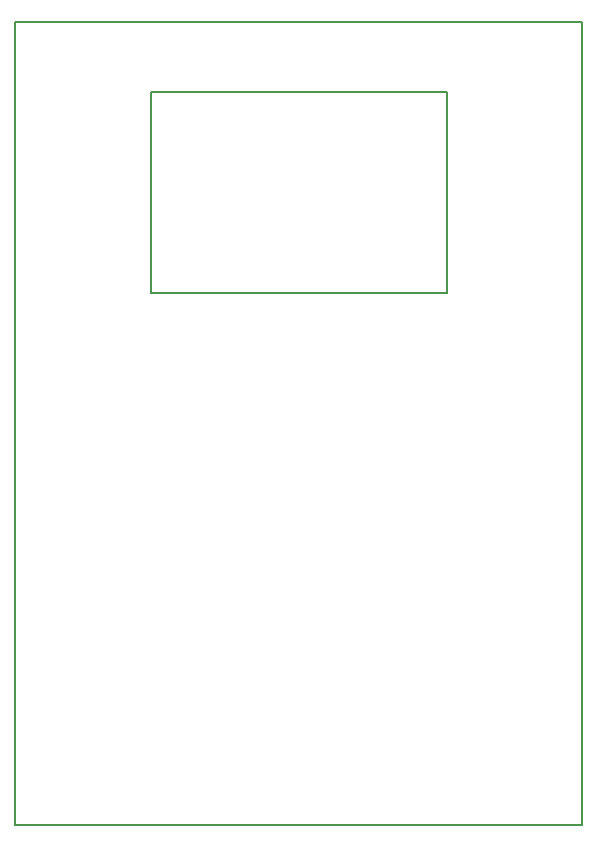
<source format=gm1>
G04*
G04 #@! TF.GenerationSoftware,Altium Limited,Altium Designer,21.3.2 (30)*
G04*
G04 Layer_Color=16711935*
%FSLAX44Y44*%
%MOMM*%
G71*
G04*
G04 #@! TF.SameCoordinates,C0BB7E1C-5EEE-4355-A842-C900462BBBA7*
G04*
G04*
G04 #@! TF.FilePolarity,Positive*
G04*
G01*
G75*
%ADD40C,0.2000*%
D40*
X115000Y450000D02*
X365000D01*
X115000Y620000D02*
X365000D01*
X115000Y450000D02*
Y620000D01*
X365000Y450000D02*
Y620000D01*
X480000Y680000D02*
X480000Y0D01*
X0Y680000D02*
X0Y0D01*
X0Y680000D02*
X480000D01*
X0Y0D02*
X480000D01*
M02*

</source>
